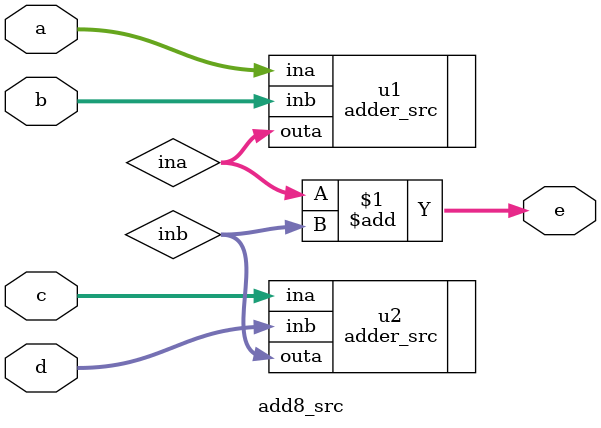
<source format=v>
`timescale 1ns / 1ps


module add8_src(
input[5:0]a,
input[5:0]b,
input[5:0]c,
input[5:0]d,
output[7:0]e
    );
 wire[6:0]ina,inb;
 assign e=ina+inb;
 adder_src u1(.ina(a),.inb(b),.outa(ina));
 adder_src u2(.ina(c),.inb(d),.outa(inb));
endmodule

</source>
